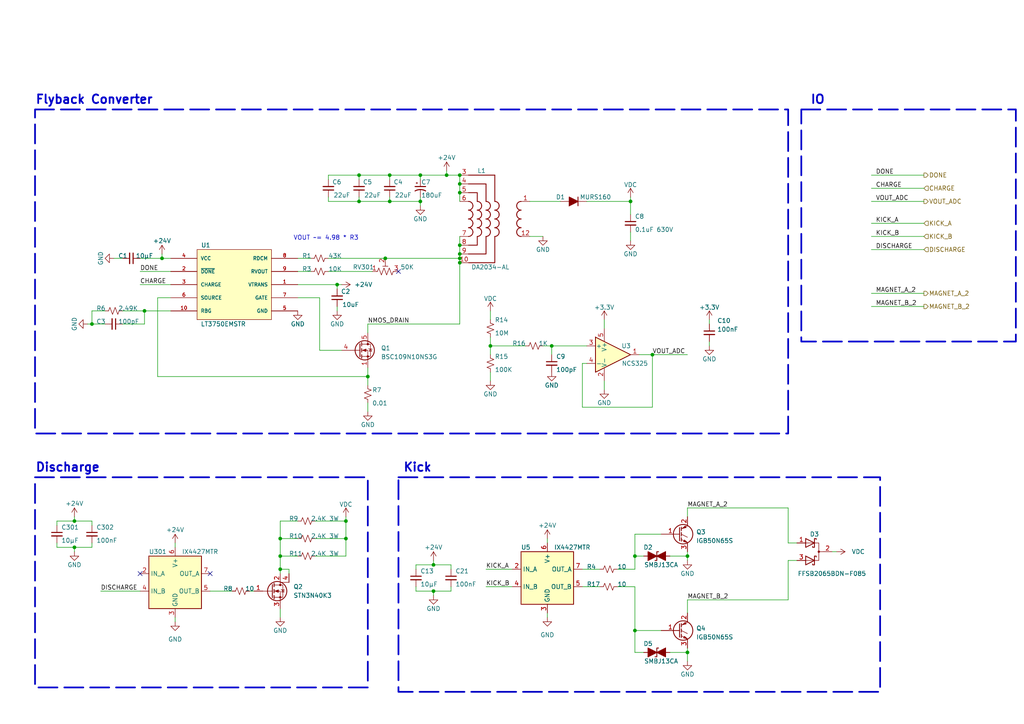
<source format=kicad_sch>
(kicad_sch (version 20230121) (generator eeschema)
  (paper "A4")
  (lib_symbols
    (symbol "Amplifier_Operational:NCS325" (pin_names (offset 0.127))
      (property "Reference" "U" (at 0 6.35 0))
      (property "Value" "NCS325" (at 0 3.81 0))
      (symbol "NCS325_1_1"
        (pin output line (at 7.62 0 180) (length 2.54) (name "~") (number "1"))
        (pin power_in line (at -2.54 -7.62 90) (length 3.81) (name "V-") (number "2"))
        (pin input line (at -7.62 2.54 0) (length 2.54) (name "+") (number "3"))
        (pin input line (at -7.62 -2.54 0) (length 2.54) (name "-") (number "4"))
        (pin power_in line (at -2.54 7.62 270) (length 3.81) (name "V+") (number "5"))
      )
    )
    (symbol "DA2034-AL:DA2034-AL" (pin_names (offset 1.016))
      (property "Reference" "U" (at -10.16 13.97 0))
      (property "Value" "DA2034-AL" (at -11.43 -16.51 0))
      (symbol "DA2034-AL_1_0"
        (pin passive line (at 7.62 5.08 180) (length 2.54) (name "1") (number "1"))
        (pin passive line (at -12.7 -12.7 0) (length 2.54) (name "10") (number "10"))
        (pin passive line (at 7.62 -5.08 180) (length 2.54) (name "12") (number "12"))
        (pin passive line (at -12.7 12.7 0) (length 2.54) (name "3") (number "3"))
        (pin passive line (at -12.7 10.16 0) (length 2.54) (name "4") (number "4"))
        (pin passive line (at -12.7 7.62 0) (length 2.54) (name "5") (number "5"))
        (pin passive line (at -12.7 5.08 0) (length 2.54) (name "6") (number "6"))
        (pin passive line (at -12.7 -5.08 0) (length 2.54) (name "7") (number "7"))
        (pin passive line (at -12.7 -7.62 0) (length 2.54) (name "8") (number "8"))
        (pin passive line (at -12.7 -10.16 0) (length 2.54) (name "9") (number "9"))
      )
    )
    (symbol "Device:C_Polarized_Small_US" (pin_numbers hide) (pin_names (offset 0.254) hide)
      (property "Reference" "C" (at 0.254 1.778 0))
      (property "Value" "C_Polarized_Small_US" (at 0.254 -2.032 0))
      (symbol "C_Polarized_Small_US_1_1"
        (pin passive line (at 0 2.54 270) (length 2.032) (name "~") (number "1"))
        (pin passive line (at 0 -2.54 90) (length 2.032) (name "~") (number "2"))
      )
    )
    (symbol "Device:C_Small" (pin_numbers hide) (pin_names (offset 0.254) hide)
      (property "Reference" "C" (at 0.254 1.778 0))
      (property "Value" "C_Small" (at 0.254 -2.032 0))
      (symbol "C_Small_1_1"
        (pin passive line (at 0 2.54 270) (length 2.032) (name "~") (number "1"))
        (pin passive line (at 0 -2.54 90) (length 2.032) (name "~") (number "2"))
      )
    )
    (symbol "Device:D_Filled" (pin_numbers hide) (pin_names (offset 1.016) hide)
      (property "Reference" "D" (at 0 2.54 0))
      (property "Value" "D_Filled" (at 0 -2.54 0))
      (symbol "D_Filled_1_1"
        (pin passive line (at -3.81 0 0) (length 2.54) (name "K") (number "1"))
        (pin passive line (at 3.81 0 180) (length 2.54) (name "A") (number "2"))
      )
    )
    (symbol "Device:D_Schottky_Dual_CommonCathode_AKA_Parallel" (pin_names (offset 0.762) hide)
      (property "Reference" "D" (at 0 5.08 0))
      (property "Value" "D_Schottky_Dual_CommonCathode_AKA_Parallel" (at 0 -5.08 0))
      (symbol "D_Schottky_Dual_CommonCathode_AKA_Parallel_0_1"
        (pin passive line (at -5.08 2.54 0) (length 2.54) (name "K") (number "1"))
        (pin passive line (at 5.08 0 180) (length 2.54) (name "A") (number "2"))
        (pin passive line (at -5.08 -2.54 0) (length 2.54) (name "K") (number "3"))
      )
    )
    (symbol "Device:D_TVS_Filled" (pin_numbers hide) (pin_names (offset 1.016) hide)
      (property "Reference" "D" (at 0 2.54 0))
      (property "Value" "D_TVS_Filled" (at 0 -2.54 0))
      (symbol "D_TVS_Filled_1_1"
        (pin passive line (at -3.81 0 0) (length 2.54) (name "A1") (number "1"))
        (pin passive line (at 3.81 0 180) (length 2.54) (name "A2") (number "2"))
      )
    )
    (symbol "Device:Q_NIGBT_GCE" (pin_names (offset 0) hide)
      (property "Reference" "Q" (at 5.08 1.27 0))
      (property "Value" "Q_NIGBT_GCE" (at 5.08 -1.27 0))
      (symbol "Q_NIGBT_GCE_1_1"
        (pin input line (at -5.08 0 0) (length 5.334) (name "G") (number "1"))
        (pin passive line (at 2.54 5.08 270) (length 2.54) (name "C") (number "2"))
        (pin passive line (at 2.54 -5.08 90) (length 2.54) (name "E") (number "3"))
      )
    )
    (symbol "Device:Q_NMOS_GDSD" (pin_names (offset 0) hide)
      (property "Reference" "Q" (at 5.08 1.27 0))
      (property "Value" "Q_NMOS_GDSD" (at 5.08 -1.27 0))
      (symbol "Q_NMOS_GDSD_1_1"
        (pin input line (at -5.08 0 0) (length 2.54) (name "G") (number "1"))
        (pin passive line (at 2.54 5.08 270) (length 2.54) (name "D") (number "2"))
        (pin passive line (at 2.54 -5.08 90) (length 2.54) (name "S") (number "3"))
        (pin passive line (at 5.08 5.08 270) (length 2.54) (name "D") (number "4"))
      )
    )
    (symbol "Device:R_Potentiometer_Trim_US" (pin_names (offset 1.016) hide)
      (property "Reference" "RV" (at -4.445 0 90))
      (property "Value" "R_Potentiometer_Trim_US" (at -2.54 0 90))
      (symbol "R_Potentiometer_Trim_US_1_1"
        (pin passive line (at 0 3.81 270) (length 1.27) (name "1") (number "1"))
        (pin passive line (at 3.81 0 180) (length 1.27) (name "2") (number "2"))
        (pin passive line (at 0 -3.81 90) (length 1.27) (name "3") (number "3"))
      )
    )
    (symbol "Device:R_Small_US" (pin_numbers hide) (pin_names (offset 0.254) hide)
      (property "Reference" "R" (at 0.762 0.508 0))
      (property "Value" "R_Small_US" (at 0.762 -1.016 0))
      (symbol "R_Small_US_1_1"
        (pin passive line (at 0 2.54 270) (length 1.016) (name "~") (number "1"))
        (pin passive line (at 0 -2.54 90) (length 1.016) (name "~") (number "2"))
      )
    )
    (symbol "Driver_FET:MIC4427"
      (property "Reference" "U" (at -7.62 8.89 0))
      (property "Value" "MIC4427" (at 1.27 8.89 0))
      (symbol "MIC4427_1_1"
        (pin no_connect line (at -7.62 0 0) (length 2.54) hide (name "NC") (number "1"))
        (pin input line (at -10.16 2.54 0) (length 2.54) (name "IN_A") (number "2"))
        (pin power_in line (at 0 -10.16 90) (length 2.54) (name "GND") (number "3"))
        (pin input line (at -10.16 -2.54 0) (length 2.54) (name "IN_B") (number "4"))
        (pin output line (at 10.16 -2.54 180) (length 2.54) (name "OUT_B") (number "5"))
        (pin power_in line (at 0 10.16 270) (length 2.54) (name "V+") (number "6"))
        (pin output line (at 10.16 2.54 180) (length 2.54) (name "OUT_A") (number "7"))
        (pin no_connect line (at 7.62 0 180) (length 2.54) hide (name "NC") (number "8"))
      )
    )
    (symbol "LT3750EMSTR:LT3750EMSTR" (pin_names (offset 1.016))
      (property "Reference" "U" (at 26.67 5.08 0))
      (property "Value" "LT3750EMSTR" (at 7.62 5.08 0))
      (symbol "LT3750EMSTR_0_0"
        (pin passive line (at 36.83 -5.08 180) (length 7.62) (name "VTRANS") (number "1"))
        (pin output line (at 0 -12.7 0) (length 7.62) (name "RBG") (number "10"))
        (pin output line (at 0 -1.27 0) (length 7.62) (name "~{DONE}") (number "2"))
        (pin input line (at 0 -5.08 0) (length 7.62) (name "CHARGE") (number "3"))
        (pin power_in line (at 0 2.54 0) (length 7.62) (name "VCC") (number "4"))
        (pin power_in line (at 36.83 -12.7 180) (length 7.62) (name "GND") (number "5"))
        (pin passive line (at 0 -8.89 0) (length 7.62) (name "SOURCE") (number "6"))
        (pin passive line (at 36.83 -8.89 180) (length 7.62) (name "GATE") (number "7"))
        (pin passive line (at 36.83 2.54 180) (length 7.62) (name "RDCM") (number "8"))
        (pin output line (at 36.83 -1.27 180) (length 7.62) (name "RVOUT") (number "9"))
      )
    )
    (symbol "Transistor_FET:BSC109N10NS3G" (pin_names hide)
      (property "Reference" "Q" (at 5.08 1.905 0))
      (property "Value" "BSC109N10NS3G" (at 5.08 0 0))
      (symbol "BSC109N10NS3G_1_1"
        (pin passive line (at 2.54 -5.08 90) (length 2.54) (name "S") (number "1"))
        (pin passive line (at 2.54 -5.08 90) (length 2.54) hide (name "S") (number "2"))
        (pin passive line (at 2.54 -5.08 90) (length 2.54) hide (name "S") (number "3"))
        (pin passive line (at -5.08 0 0) (length 2.54) (name "G") (number "4"))
        (pin passive line (at 2.54 5.08 270) (length 2.54) (name "D") (number "5"))
      )
    )
    (symbol "power:+24V" (power) (pin_names (offset 0))
      (property "Value" "+24V" (at 0 3.556 0))
      (symbol "+24V_1_1"
        (pin power_in line (at 0 0 90) (length 0) hide (name "+24V") (number "1"))
      )
    )
    (symbol "power:+3.3V" (power) (pin_names (offset 0))
      (property "Value" "+3.3V" (at 0 3.556 0))
      (symbol "+3.3V_1_1"
        (pin power_in line (at 0 0 90) (length 0) hide (name "+3.3V") (number "1"))
      )
    )
    (symbol "power:GND" (power) (pin_names (offset 0))
      (property "Value" "GND" (at 0 -3.81 0))
      (symbol "GND_1_1"
        (pin power_in line (at 0 0 270) (length 0) hide (name "GND") (number "1"))
      )
    )
    (symbol "power:VDC" (power) (pin_names (offset 0))
      (property "Value" "VDC" (at 0 6.35 0))
      (symbol "VDC_1_1"
        (pin power_in line (at 0 0 90) (length 0) hide (name "VDC") (number "1"))
      )
    )
  )
  (junction (at 133.35 76.2))
  (junction (at 113.03 50.8))
  (junction (at 189.23 102.87))
  (junction (at 104.14 58.42))
  (junction (at 129.54 50.8))
  (junction (at 125.73 163.83))
  (junction (at 133.35 74.93))
  (junction (at 133.35 73.66))
  (junction (at 133.35 71.12))
  (junction (at 106.68 109.22))
  (junction (at 184.15 161.29))
  (junction (at 100.33 151.13))
  (junction (at 111.76 74.93))
  (junction (at 81.28 165.1))
  (junction (at 21.59 158.75))
  (junction (at 125.73 171.45))
  (junction (at 113.03 58.42))
  (junction (at 133.35 55.88))
  (junction (at 160.02 100.33))
  (junction (at 142.24 100.33))
  (junction (at 199.39 161.29))
  (junction (at 26.67 93.98))
  (junction (at 121.92 50.8))
  (junction (at 21.59 151.13))
  (junction (at 182.88 58.42))
  (junction (at 199.39 189.23))
  (junction (at 97.79 82.55))
  (junction (at 41.91 90.17))
  (junction (at 81.28 161.29))
  (junction (at 46.99 74.93))
  (junction (at 133.35 50.8))
  (junction (at 104.14 50.8))
  (junction (at 100.33 156.21))
  (junction (at 81.28 156.21))
  (junction (at 121.92 58.42))
  (junction (at 184.15 182.88))
  (junction (at 133.35 53.34))
  (no_connect (at 60.96 166.37))
  (no_connect (at 115.57 78.74))
  (no_connect (at 40.64 166.37))
  (wire (pts (xy 170.18 58.42) (xy 182.88 58.42)))
  (wire (pts (xy 184.15 161.29) (xy 184.15 165.1)))
  (wire (pts (xy 252.73 85.09) (xy 267.97 85.09)))
  (wire (pts (xy 242.57 160.02) (xy 241.3 160.02)))
  (wire (pts (xy 95.25 58.42) (xy 104.14 58.42)))
  (wire (pts (xy 121.92 50.8) (xy 129.54 50.8)))
  (wire (pts (xy 199.39 187.96) (xy 199.39 189.23)))
  (wire (pts (xy 199.39 189.23) (xy 199.39 191.77)))
  (wire (pts (xy 142.24 100.33) (xy 142.24 102.87)))
  (wire (pts (xy 35.56 90.17) (xy 41.91 90.17)))
  (wire (pts (xy 142.24 100.33) (xy 142.24 97.79)))
  (wire (pts (xy 125.73 162.56) (xy 125.73 163.83)))
  (wire (pts (xy 100.33 156.21) (xy 100.33 151.13)))
  (wire (pts (xy 97.79 88.9) (xy 97.79 90.17)))
  (wire (pts (xy 92.71 86.36) (xy 92.71 101.6)))
  (wire (pts (xy 86.36 82.55) (xy 97.79 82.55)))
  (wire (pts (xy 113.03 58.42) (xy 113.03 57.15)))
  (wire (pts (xy 184.15 170.18) (xy 179.07 170.18)))
  (wire (pts (xy 228.6 157.48) (xy 231.14 157.48)))
  (wire (pts (xy 133.35 53.34) (xy 133.35 55.88)))
  (wire (pts (xy 104.14 58.42) (xy 104.14 57.15)))
  (wire (pts (xy 46.99 74.93) (xy 49.53 74.93)))
  (wire (pts (xy 120.65 165.1) (xy 120.65 163.83)))
  (wire (pts (xy 95.25 50.8) (xy 95.25 52.07)))
  (wire (pts (xy 91.44 156.21) (xy 100.33 156.21)))
  (wire (pts (xy 91.44 151.13) (xy 100.33 151.13)))
  (wire (pts (xy 252.73 50.8) (xy 267.97 50.8)))
  (wire (pts (xy 113.03 50.8) (xy 121.92 50.8)))
  (wire (pts (xy 228.6 173.99) (xy 228.6 162.56)))
  (wire (pts (xy 41.91 90.17) (xy 49.53 90.17)))
  (wire (pts (xy 168.91 118.11) (xy 189.23 118.11)))
  (wire (pts (xy 133.35 76.2) (xy 133.35 74.93)))
  (wire (pts (xy 252.73 58.42) (xy 267.97 58.42)))
  (wire (pts (xy 21.59 151.13) (xy 26.67 151.13)))
  (wire (pts (xy 81.28 151.13) (xy 81.28 156.21)))
  (wire (pts (xy 86.36 78.74) (xy 90.17 78.74)))
  (wire (pts (xy 95.25 58.42) (xy 95.25 57.15)))
  (wire (pts (xy 252.73 64.77) (xy 267.97 64.77)))
  (wire (pts (xy 41.91 93.98) (xy 41.91 90.17)))
  (wire (pts (xy 194.31 189.23) (xy 199.39 189.23)))
  (wire (pts (xy 158.75 179.07) (xy 158.75 177.8)))
  (wire (pts (xy 133.35 71.12) (xy 133.35 68.58)))
  (wire (pts (xy 83.82 165.1) (xy 81.28 165.1)))
  (wire (pts (xy 40.64 82.55) (xy 49.53 82.55)))
  (wire (pts (xy 120.65 163.83) (xy 125.73 163.83)))
  (wire (pts (xy 125.73 163.83) (xy 130.81 163.83)))
  (wire (pts (xy 252.73 54.61) (xy 267.97 54.61)))
  (wire (pts (xy 33.02 74.93) (xy 35.56 74.93)))
  (wire (pts (xy 157.48 100.33) (xy 160.02 100.33)))
  (wire (pts (xy 182.88 67.31) (xy 182.88 69.85)))
  (wire (pts (xy 252.73 72.39) (xy 267.97 72.39)))
  (wire (pts (xy 191.77 154.94) (xy 184.15 154.94)))
  (wire (pts (xy 153.67 68.58) (xy 157.48 68.58)))
  (wire (pts (xy 184.15 182.88) (xy 184.15 170.18)))
  (wire (pts (xy 175.26 110.49) (xy 175.26 113.03)))
  (wire (pts (xy 104.14 52.07) (xy 104.14 50.8)))
  (wire (pts (xy 120.65 170.18) (xy 120.65 171.45)))
  (wire (pts (xy 26.67 93.98) (xy 30.48 93.98)))
  (wire (pts (xy 86.36 151.13) (xy 81.28 151.13)))
  (wire (pts (xy 26.67 157.48) (xy 26.67 158.75)))
  (wire (pts (xy 121.92 59.69) (xy 121.92 58.42)))
  (wire (pts (xy 129.54 50.8) (xy 133.35 50.8)))
  (wire (pts (xy 21.59 158.75) (xy 21.59 160.02)))
  (wire (pts (xy 30.48 90.17) (xy 26.67 90.17)))
  (wire (pts (xy 97.79 82.55) (xy 97.79 83.82)))
  (wire (pts (xy 133.35 93.98) (xy 133.35 76.2)))
  (wire (pts (xy 170.18 105.41) (xy 168.91 105.41)))
  (wire (pts (xy 252.73 68.58) (xy 267.97 68.58)))
  (wire (pts (xy 205.74 92.71) (xy 205.74 93.98)))
  (wire (pts (xy 106.68 93.98) (xy 106.68 96.52)))
  (wire (pts (xy 104.14 50.8) (xy 113.03 50.8)))
  (wire (pts (xy 86.36 74.93) (xy 90.17 74.93)))
  (wire (pts (xy 175.26 92.71) (xy 175.26 95.25)))
  (wire (pts (xy 86.36 86.36) (xy 92.71 86.36)))
  (wire (pts (xy 97.79 82.55) (xy 99.06 82.55)))
  (wire (pts (xy 228.6 147.32) (xy 199.39 147.32)))
  (wire (pts (xy 26.67 90.17) (xy 26.67 93.98)))
  (wire (pts (xy 113.03 52.07) (xy 113.03 50.8)))
  (wire (pts (xy 142.24 90.17) (xy 142.24 92.71)))
  (wire (pts (xy 185.42 102.87) (xy 189.23 102.87)))
  (wire (pts (xy 21.59 158.75) (xy 16.51 158.75)))
  (wire (pts (xy 184.15 189.23) (xy 184.15 182.88)))
  (wire (pts (xy 199.39 160.02) (xy 199.39 161.29)))
  (wire (pts (xy 142.24 107.95) (xy 142.24 110.49)))
  (wire (pts (xy 121.92 52.07) (xy 121.92 50.8)))
  (wire (pts (xy 228.6 147.32) (xy 228.6 157.48)))
  (wire (pts (xy 199.39 149.86) (xy 199.39 147.32)))
  (wire (pts (xy 182.88 58.42) (xy 182.88 62.23)))
  (wire (pts (xy 16.51 157.48) (xy 16.51 158.75)))
  (wire (pts (xy 184.15 165.1) (xy 179.07 165.1)))
  (wire (pts (xy 140.97 165.1) (xy 148.59 165.1)))
  (wire (pts (xy 184.15 161.29) (xy 186.69 161.29)))
  (wire (pts (xy 50.8 157.48) (xy 50.8 158.75)))
  (wire (pts (xy 182.88 57.15) (xy 182.88 58.42)))
  (wire (pts (xy 133.35 73.66) (xy 133.35 71.12)))
  (wire (pts (xy 16.51 151.13) (xy 21.59 151.13)))
  (wire (pts (xy 106.68 109.22) (xy 106.68 111.76)))
  (wire (pts (xy 125.73 171.45) (xy 120.65 171.45)))
  (wire (pts (xy 189.23 118.11) (xy 189.23 102.87)))
  (wire (pts (xy 21.59 149.86) (xy 21.59 151.13)))
  (wire (pts (xy 35.56 93.98) (xy 41.91 93.98)))
  (wire (pts (xy 252.73 88.9) (xy 267.97 88.9)))
  (wire (pts (xy 205.74 99.06) (xy 205.74 100.33)))
  (wire (pts (xy 91.44 161.29) (xy 100.33 161.29)))
  (wire (pts (xy 104.14 58.42) (xy 113.03 58.42)))
  (wire (pts (xy 49.53 86.36) (xy 45.72 86.36)))
  (wire (pts (xy 130.81 163.83) (xy 130.81 165.1)))
  (wire (pts (xy 81.28 176.53) (xy 81.28 179.07)))
  (wire (pts (xy 83.82 166.37) (xy 83.82 165.1)))
  (wire (pts (xy 106.68 106.68) (xy 106.68 109.22)))
  (wire (pts (xy 125.73 171.45) (xy 125.73 172.72)))
  (wire (pts (xy 153.67 58.42) (xy 162.56 58.42)))
  (wire (pts (xy 100.33 161.29) (xy 100.33 156.21)))
  (wire (pts (xy 194.31 161.29) (xy 199.39 161.29)))
  (wire (pts (xy 29.21 171.45) (xy 40.64 171.45)))
  (wire (pts (xy 121.92 58.42) (xy 121.92 57.15)))
  (wire (pts (xy 40.64 74.93) (xy 46.99 74.93)))
  (wire (pts (xy 26.67 151.13) (xy 26.67 152.4)))
  (wire (pts (xy 199.39 161.29) (xy 199.39 162.56)))
  (wire (pts (xy 111.76 74.93) (xy 133.35 74.93)))
  (wire (pts (xy 72.39 171.45) (xy 73.66 171.45)))
  (wire (pts (xy 113.03 58.42) (xy 121.92 58.42)))
  (wire (pts (xy 186.69 189.23) (xy 184.15 189.23)))
  (wire (pts (xy 160.02 100.33) (xy 160.02 102.87)))
  (wire (pts (xy 25.4 93.98) (xy 26.67 93.98)))
  (wire (pts (xy 86.36 156.21) (xy 81.28 156.21)))
  (wire (pts (xy 168.91 170.18) (xy 173.99 170.18)))
  (wire (pts (xy 168.91 105.41) (xy 168.91 118.11)))
  (wire (pts (xy 45.72 86.36) (xy 45.72 109.22)))
  (wire (pts (xy 95.25 74.93) (xy 111.76 74.93)))
  (wire (pts (xy 199.39 177.8) (xy 199.39 173.99)))
  (wire (pts (xy 140.97 170.18) (xy 148.59 170.18)))
  (wire (pts (xy 129.54 49.53) (xy 129.54 50.8)))
  (wire (pts (xy 133.35 55.88) (xy 133.35 58.42)))
  (wire (pts (xy 191.77 182.88) (xy 184.15 182.88)))
  (wire (pts (xy 81.28 161.29) (xy 86.36 161.29)))
  (wire (pts (xy 130.81 171.45) (xy 125.73 171.45)))
  (wire (pts (xy 100.33 151.13) (xy 100.33 149.86)))
  (wire (pts (xy 199.39 173.99) (xy 228.6 173.99)))
  (wire (pts (xy 81.28 156.21) (xy 81.28 161.29)))
  (wire (pts (xy 160.02 100.33) (xy 170.18 100.33)))
  (wire (pts (xy 189.23 102.87) (xy 199.39 102.87)))
  (wire (pts (xy 184.15 154.94) (xy 184.15 161.29)))
  (wire (pts (xy 158.75 156.21) (xy 158.75 157.48)))
  (wire (pts (xy 46.99 73.66) (xy 46.99 74.93)))
  (wire (pts (xy 81.28 165.1) (xy 81.28 166.37)))
  (wire (pts (xy 92.71 101.6) (xy 99.06 101.6)))
  (wire (pts (xy 228.6 162.56) (xy 231.14 162.56)))
  (wire (pts (xy 133.35 50.8) (xy 133.35 53.34)))
  (wire (pts (xy 81.28 161.29) (xy 81.28 165.1)))
  (wire (pts (xy 16.51 152.4) (xy 16.51 151.13)))
  (wire (pts (xy 60.96 171.45) (xy 67.31 171.45)))
  (wire (pts (xy 152.4 100.33) (xy 142.24 100.33)))
  (wire (pts (xy 95.25 78.74) (xy 107.95 78.74)))
  (wire (pts (xy 40.64 78.74) (xy 49.53 78.74)))
  (wire (pts (xy 106.68 116.84) (xy 106.68 119.38)))
  (wire (pts (xy 26.67 158.75) (xy 21.59 158.75)))
  (wire (pts (xy 130.81 170.18) (xy 130.81 171.45)))
  (wire (pts (xy 45.72 109.22) (xy 106.68 109.22)))
  (wire (pts (xy 168.91 165.1) (xy 173.99 165.1)))
  (wire (pts (xy 133.35 74.93) (xy 133.35 73.66)))
  (wire (pts (xy 95.25 50.8) (xy 104.14 50.8)))
  (wire (pts (xy 106.68 93.98) (xy 133.35 93.98)))
  (wire (pts (xy 50.8 179.07) (xy 50.8 180.34)))
  (rectangle (start 232.41 31.75) (end 294.64 99.06) (stroke (width 0.5) (type dash)))
  (rectangle (start 115.57 138.43) (end 255.27 200.66) (stroke (width 0.5) (type dash)))
  (rectangle (start 10.16 31.75) (end 228.6 125.73) (stroke (width 0.5) (type dash)))
  (rectangle (start 10.16 138.43) (end 106.68 199.39) (stroke (width 0.5) (type dash)))
  (text "VOUT ~= 4.98 * R3" (at 85.09 69.85 0) (effects (font (size 1.27 1.27)) (justify left bottom)))
  (text "Kick" (at 116.84 137.16 0) (effects (font (size 2.5 2.5) (thickness 0.5) bold) (justify left bottom)))
  (text "Flyback Converter" (at 10.16 30.48 0) (effects (font (size 2.5 2.5) (thickness 0.5) bold) (justify left bottom)))
  (text "Discharge" (at 10.16 137.16 0) (effects (font (size 2.5 2.5) (thickness 0.5) bold) (justify left bottom)))
  (text "IO\n" (at 234.95 30.48 0) (effects (font (size 2.5 2.5) (thickness 0.5) bold) (justify left bottom)))
  (label "KICK_A" (at 254 64.77 0))
  (label "NMOS_DRAIN" (at 106.68 93.98 0))
  (label "DISCHARGE" (at 254 72.39 0))
  (label "VOUT_ADC" (at 254 58.42 0))
  (label "KICK_B" (at 254 68.58 0))
  (label "DONE" (at 40.64 78.74 0))
  (label "VOUT_ADC" (at 189.23 102.87 0))
  (label "MAGNET_B_2" (at 199.39 173.99 0))
  (label "KICK_B" (at 140.97 170.18 0))
  (label "CHARGE" (at 254 54.61 0))
  (label "MAGNET_B_2" (at 254 88.9 0))
  (label "DONE" (at 254 50.8 0))
  (label "DISCHARGE" (at 29.21 171.45 0))
  (label "MAGNET_A_2" (at 199.39 147.32 0))
  (label "CHARGE" (at 40.64 82.55 0))
  (label "MAGNET_A_2" (at 254 85.09 0))
  (label "KICK_A" (at 140.97 165.1 0))
  (hierarchical_label "KICK_A" (shape input) (at 267.97 64.77 0))
  (hierarchical_label "CHARGE" (shape input) (at 267.97 54.61 0))
  (hierarchical_label "KICK_B" (shape input) (at 267.97 68.58 0))
  (hierarchical_label "MAGNET_B_2" (shape output) (at 267.97 88.9 0))
  (hierarchical_label "DISCHARGE" (shape input) (at 267.97 72.39 0))
  (hierarchical_label "MAGNET_A_2" (shape output) (at 267.97 85.09 0))
  (hierarchical_label "DONE" (shape output) (at 267.97 50.8 0))
  (hierarchical_label "VOUT_ADC" (shape output) (at 267.97 58.42 0))
  (symbol (lib_id "power:GND") (at 199.39 162.56 0) (unit 1)
    (property "Reference" "#PWR063" (effects hide))
    (property "Value" "GND" (at 199.39 166.37 0))
    (instances (project "mikona" (path "" (reference "#PWR063") (unit 1))) (project "Kick" (path "" (reference "#PWR?") (unit 1))))
  )
  (symbol (lib_id "power:GND") (at 157.48 68.58 0) (unit 1)
    (property "Reference" "#PWR?" (effects hide))
    (property "Value" "GND" (at 157.48 72.39 0))
  )
  (symbol (lib_id "Device:R_Small_US") (at 142.24 105.41 0) (unit 1)
    (property "Reference" "R15" (at 143.51 104.14 0) (effects (justify left bottom)))
    (property "Value" "100K" (at 143.51 107.95 0) (effects (justify left bottom)))
    (property "Footprint" "Resistor_SMD:R_0402_1005Metric" (effects hide))
    (property "MPN" "WR04X1003FTL" (effects hide))
    (property "Description" "RES 100K OHM 1% 1/16W 0402" (effects hide))
    (property "JLCPCB Comment" "100KΩ 1%" (effects hide))
    (property "JLCPCB Footprint" "0402" (effects hide))
  )
  (symbol (lib_id "Device:D_TVS_Filled") (at 190.5 189.23 0) (unit 1)
    (property "Reference" "D5" (at 187.96 186.69 0))
    (property "Value" "SMBJ13CA" (at 191.77 191.77 0))
    (property "Footprint" "Diode_SMD:D_SMB" (effects hide))
    (property "MPN" "SMBJ13CA-13-F" (effects hide))
    (property "Description" "SMBJ13CA-13-F" (effects hide))
    (property "JLCPCB Comment" "SMBJ13CA-13-F" (effects hide))
    (property "JLCPCB Footprint" "SMB" (effects hide))
  )
  (symbol (lib_id "Device:D_TVS_Filled") (at 190.5 161.29 0) (unit 1)
    (property "Reference" "D2" (at 187.96 158.75 0))
    (property "Value" "SMBJ13CA" (at 191.77 163.83 0))
    (property "Footprint" "Diode_SMD:D_SMB" (effects hide))
    (property "MPN" "SMBJ13CA-13-F" (effects hide))
    (property "Description" "SMBJ13CA-13-F" (effects hide))
    (property "JLCPCB Comment" "SMBJ13CA-13-F" (effects hide))
    (property "JLCPCB Footprint" "SMB" (effects hide))
  )
  (symbol (lib_id "power:GND") (at 97.79 90.17 0) (unit 1)
    (property "Reference" "#PWR?" (effects hide))
    (property "Value" "GND" (at 97.79 93.98 0))
  )
  (symbol (lib_id "power:VDC") (at 142.24 90.17 0) (unit 1)
    (property "Reference" "#PWR?" (effects hide))
    (property "Value" "+300V" (at 142.24 86.614 0))
  )
  (symbol (lib_id "power:GND") (at 21.59 160.02 0) (unit 1)
    (property "Reference" "#PWR0303" (effects hide))
    (property "Value" "GND" (at 21.59 163.83 0))
    (instances (project "mikona" (path "" (reference "#PWR0303") (unit 1))) (project "Kick" (path "" (reference "#PWR?") (unit 1))))
  )
  (symbol (lib_id "Device:Q_NIGBT_GCE") (at 196.85 154.94 0) (unit 1)
    (property "Reference" "Q3" (at 201.93 154.305 0) (effects (justify left)))
    (property "Value" "IGB50N65S" (at 201.93 156.845 0) (effects (justify left)))
    (property "Footprint" "Package_TO_SOT_SMD:TO-263-2" (effects hide))
    (property "MPN" "IGB50N65S5ATMA1" (effects hide))
    (property "Description" "IGB50N65S5ATMA1" (effects hide))
    (property "JLCPCB Comment" "IGB50N65S5ATMA1" (effects hide))
  )
  (symbol (lib_id "power:+24V") (at 125.73 162.56 0) (unit 1)
    (property "Reference" "#PWR054" (effects hide))
    (property "Value" "+24V" (at 125.73 158.75 0))
  )
  (symbol (lib_id "Device:R_Small_US") (at 88.9 156.21 270) (unit 1)
    (property "Reference" "R10" (at 83.82 156.21 90) (effects (justify left bottom)))
    (property "Value" "2.4K 3W" (at 90.17 156.21 90) (effects (justify left bottom)))
    (property "Footprint" "Resistor_SMD:R_2512_6332Metric" (effects hide))
    (property "MPN" "35222K4FT" (effects hide))
    (property "Description" "RES SMD 2.4K OHM 1% 3W 2512" (effects hide))
    (property "JLCPCB Comment" "2.4KΩ 1% 3W " (effects hide))
    (property "JLCPCB Footprint" "2512" (effects hide))
  )
  (symbol (lib_id "power:GND") (at 125.73 172.72 0) (unit 1)
    (property "Reference" "#PWR055" (effects hide))
    (property "Value" "GND" (at 125.73 176.53 0))
    (instances (project "mikona" (path "" (reference "#PWR055") (unit 1))) (project "Kick" (path "" (reference "#PWR?") (unit 1))))
  )
  (symbol (lib_id "power:+24V") (at 21.59 149.86 0) (unit 1)
    (property "Reference" "#PWR0302" (effects hide))
    (property "Value" "+24V" (at 21.59 146.05 0))
  )
  (symbol (lib_id "Device:C_Polarized_Small_US") (at 121.92 54.61 0) (unit 1)
    (property "Reference" "C7" (at 122.174 52.832 0) (effects (justify left)))
    (property "Value" "180uF" (at 122.174 56.642 0) (effects (justify left)))
    (property "Footprint" "Capacitor_SMD:CP_Elec_8x11.9" (effects hide))
    (property "MPN" "35SVPK180M" (effects hide))
    (property "Description" "180UF 35V SMD" (effects hide))
    (property "JLCPCB Comment" "180uF 35V" (effects hide))
    (property "JLCPCB Footprint" "E12" (effects hide))
  )
  (symbol (lib_id "Device:C_Small") (at 38.1 74.93 270) (unit 1)
    (property "Reference" "C1" (at 34.29 74.93 90) (effects (justify left bottom)))
    (property "Value" "10µF" (at 39.37 74.93 90) (effects (justify left bottom)))
    (property "Footprint" "Capacitor_SMD:C_0805_2012Metric" (effects hide))
    (property "MPN" "GRM21BR61H106KE43L" (effects hide))
    (property "Description" "10UF 50V X5R 0805" (effects hide))
    (property "JLCPCB Comment" "10uF 50V X5R" (effects hide))
    (property "JLCPCB Footprint" "0805" (effects hide))
  )
  (symbol (lib_id "power:GND") (at 33.02 74.93 270) (unit 1)
    (property "Reference" "#PWR?" (effects hide))
    (property "Value" "GND" (at 29.21 74.93 0))
  )
  (symbol (lib_id "power:GND") (at 142.24 110.49 0) (unit 1)
    (property "Reference" "#PWR?" (effects hide))
    (property "Value" "GND" (at 142.24 114.3 0))
  )
  (symbol (lib_id "power:+24V") (at 129.54 49.53 0) (unit 1)
    (property "Reference" "#PWR043" (effects hide))
    (property "Value" "+24V" (at 129.54 45.72 0))
  )
  (symbol (lib_id "power:+24V") (at 99.06 82.55 270) (unit 1)
    (property "Reference" "#PWR042" (effects hide))
    (property "Value" "+24V" (at 105.41 82.55 90))
  )
  (symbol (lib_id "Device:R_Small_US") (at 69.85 171.45 270) (unit 1)
    (property "Reference" "R8" (at 64.77 171.45 90) (effects (justify left bottom)))
    (property "Value" "10" (at 71.12 171.45 90) (effects (justify left bottom)))
    (property "Footprint" "Resistor_SMD:R_0402_1005Metric" (effects hide))
    (property "MPN" "ERJ-2GEJ100X" (effects hide))
    (property "Description" "RES SMD 10 OHM 5% 1/10W 0402" (effects hide))
    (property "JLCPCB Comment" "10Ω 5%" (effects hide))
    (property "JLCPCB Footprint" "0402" (effects hide))
  )
  (symbol (lib_id "Device:C_Small") (at 113.03 54.61 180) (unit 1)
    (property "Reference" "C4" (at 116.84 52.07 0) (effects (justify left bottom)))
    (property "Value" "22uF" (at 119.38 55.88 0) (effects (justify left bottom)))
    (property "Footprint" "Capacitor_SMD:C_1210_3225Metric" (effects hide))
    (property "MPN" "GRM32ER71E226KE15L" (effects hide))
    (property "Description" "22UF 25V X7R 1210" (effects hide))
    (property "JLCPCB Comment" "22uF 25V X7R" (effects hide))
    (property "JLCPCB Footprint" "1210" (effects hide))
  )
  (symbol (lib_id "Device:R_Small_US") (at 142.24 95.25 0) (unit 1)
    (property "Reference" "R14" (at 143.51 93.5228 0) (effects (justify left bottom)))
    (property "Value" "10M" (at 143.51 97.3328 0) (effects (justify left bottom)))
    (property "Footprint" "Resistor_SMD:R_0603_1608Metric" (effects hide))
    (property "MPN" "KTR03EZPF1005" (effects hide))
    (property "Description" "RES SMD 10M OHM 1% 1/10W 0603" (effects hide))
    (property "JLCPCB Comment" "10MΩ 1%" (effects hide))
    (property "JLCPCB Footprint" "0603" (effects hide))
  )
  (symbol (lib_id "Device:R_Small_US") (at 92.71 74.93 270) (unit 1)
    (property "Reference" "R1" (at 87.63 74.93 90) (effects (justify left bottom)))
    (property "Value" "43K" (at 95.25 74.93 90) (effects (justify left bottom)))
    (property "Footprint" "Resistor_SMD:R_0402_1005Metric" (effects hide))
    (property "MPN" "CRCW040243K0JNED" (effects hide))
    (property "Description" "RES SMD 43K OHM 5% 1/16W 0402" (effects hide))
    (property "JLCPCB Comment" "43KΩ %5" (effects hide))
    (property "JLCPCB Footprint" "0402" (effects hide))
  )
  (symbol (lib_id "power:+3.3V") (at 175.26 92.71 0) (unit 1)
    (property "Reference" "#PWR?" (effects hide))
    (property "Value" "+3.3V" (at 175.26 89.154 0))
  )
  (symbol (lib_id "power:VDC") (at 242.57 160.02 270) (unit 1)
    (property "Reference" "#PWR?" (effects hide))
    (property "Value" "+300V" (at 248.92 160.02 90))
  )
  (symbol (lib_id "Device:R_Small_US") (at 176.53 170.18 270) (unit 1)
    (property "Reference" "R17" (at 170.18 170.18 90) (effects (justify left bottom)))
    (property "Value" "10" (at 179.07 170.18 90) (effects (justify left bottom)))
    (property "Footprint" "Resistor_SMD:R_0402_1005Metric" (effects hide))
    (property "MPN" "ERJ-2GEJ100X" (effects hide))
    (property "Description" "RES SMD 10 OHM 5% 1/10W 0402" (effects hide))
    (property "JLCPCB Comment" "10Ω 5%" (effects hide))
    (property "JLCPCB Footprint" "0402" (effects hide))
    (instances (project "mikona" (path "" (reference "R17") (unit 1))) (project "Kick" (path "" (reference "R21") (unit 1))))
  )
  (symbol (lib_id "Device:R_Small_US") (at 92.71 78.74 270) (unit 1)
    (property "Reference" "R3" (at 87.63 78.74 90) (effects (justify left bottom)))
    (property "Value" "10K" (at 95.25 78.74 90) (effects (justify left bottom)))
    (property "Footprint" "Resistor_SMD:R_0402_1005Metric" (effects hide))
    (property "MPN" "RC1005F103CS" (effects hide))
    (property "Description" "RES SMD 10K OHM 1% 1/16W 0402" (effects hide))
    (property "JLCPCB Comment" "40.2KΩ 1%" (effects hide))
    (property "JLCPCB Footprint" "0402" (effects hide))
  )
  (symbol (lib_id "power:GND") (at 160.02 107.95 0) (unit 1)
    (property "Reference" "#PWR?" (effects hide))
    (property "Value" "GND" (at 160.02 111.76 0))
  )
  (symbol (lib_id "power:GND") (at 175.26 113.03 0) (unit 1)
    (property "Reference" "#PWR?" (effects hide))
    (property "Value" "GND" (at 175.26 116.84 0))
  )
  (symbol (lib_id "Device:C_Small") (at 16.51 154.94 0) (unit 1)
    (property "Reference" "C301" (at 17.78 153.67 0) (effects (justify left bottom)))
    (property "Value" "10µF" (at 17.78 157.48 0) (effects (justify left bottom)))
    (property "Footprint" "Capacitor_SMD:C_0805_2012Metric" (effects hide))
    (property "MPN" "GRM21BR61H106KE43L" (effects hide))
    (property "Description" "10UF 50V X5R 0805" (effects hide))
    (property "JLCPCB Comment" "10uF 50V X5R" (effects hide))
    (property "JLCPCB Footprint" "0805" (effects hide))
    (instances (project "mikona" (path "" (reference "C301") (unit 1))) (project "Kick" (path "" (reference "C22") (unit 1))))
  )
  (symbol (lib_id "power:GND") (at 199.39 191.77 0) (unit 1)
    (property "Reference" "#PWR064" (effects hide))
    (property "Value" "GND" (at 199.39 195.58 0))
    (instances (project "mikona" (path "" (reference "#PWR064") (unit 1))) (project "Kick" (path "" (reference "#PWR?") (unit 1))))
  )
  (symbol (lib_id "power:VDC") (at 100.33 149.86 0) (unit 1)
    (property "Reference" "#PWR?" (effects hide))
    (property "Value" "+300V" (at 100.33 146.304 0))
  )
  (symbol (lib_id "Amplifier_Operational:NCS325") (at 177.8 102.87 0) (unit 1)
    (property "Reference" "U3" (at 181.61 100.33 0))
    (property "Value" "NCS325" (at 184.15 105.41 0))
    (property "Footprint" "Package_TO_SOT_SMD:SOT-23-5" (effects hide))
    (property "Datasheet" "http://www.onsemi.com/pub/Collateral/NCS325-D.PDF" (effects hide))
    (property "MPN" "NCS325SN2T1G" (effects hide))
    (property "Description" "NCS325SN2T1G" (effects hide))
    (property "JLCPCB Comment" "NCS325SN2T1G" (effects hide))
  )
  (symbol (lib_id "Driver_FET:MIC4427") (at 158.75 167.64 0) (unit 1)
    (property "Reference" "U5" (at 151.13 158.75 0) (effects (justify left)))
    (property "Value" "IX4427MTR" (at 160.7059 158.75 0) (effects (justify left)))
    (property "Footprint" "Package_DFN_QFN:DFN-8-1EP_3x3mm_P0.65mm_EP1.7x2.05mm" (effects hide))
    (property "Datasheet" "https://www.ixysic.com/home/pdfs.nsf/www/IX4426-27-28.pdf/$file/IX4426-27-28.pdf" (effects hide))
    (property "MPN" "IX4427MTR" (effects hide))
    (property "Description" "IX4427MTR" (effects hide))
    (property "JLCPCB Comment" "IX4427MTR" (effects hide))
  )
  (symbol (lib_id "Device:C_Small") (at 120.65 167.64 0) (unit 1)
    (property "Reference" "C13" (at 121.92 166.37 0) (effects (justify left bottom)))
    (property "Value" "10µF" (at 121.92 170.18 0) (effects (justify left bottom)))
    (property "Footprint" "Capacitor_SMD:C_0805_2012Metric" (effects hide))
    (property "MPN" "GRM21BR61H106KE43L" (effects hide))
    (property "Description" "10UF 50V X5R 0805" (effects hide))
    (property "JLCPCB Comment" "10uF 50V X5R" (effects hide))
    (property "JLCPCB Footprint" "0805" (effects hide))
    (instances (project "mikona" (path "" (reference "C13") (unit 1))) (project "Kick" (path "" (reference "C22") (unit 1))))
  )
  (symbol (lib_id "Device:C_Small") (at 182.88 64.77 0) (unit 1)
    (property "Reference" "C8" (at 184.15 63.5 0) (effects (justify left bottom)))
    (property "Value" "0.1uF 630V" (at 184.15 67.31 0) (effects (justify left bottom)))
    (property "Footprint" "Capacitor_SMD:C_1812_4532Metric" (effects hide))
    (property "MPN" "C4532X7R2J104K230KA" (effects hide))
    (property "Description" "100nF 630V X7R 1812" (effects hide))
    (property "JLCPCB Comment" "100nF 630V X7R" (effects hide))
    (property "JLCPCB Footprint" "1812" (effects hide))
  )
  (symbol (lib_id "DA2034-AL:DA2034-AL") (at 146.05 63.5 0) (unit 1)
    (property "Reference" "L1" (at 139.7 49.53 0))
    (property "Value" "DA2034-AL" (at 142.24 77.47 0))
    (property "Footprint" "DA2034-AL:DA2034-AL" (effects hide))
    (property "MPN" "DA2034-ALD" (effects hide))
    (property "Description" "DA2034-ALD" (effects hide))
  )
  (symbol (lib_id "Device:C_Small") (at 97.79 86.36 180) (unit 1)
    (property "Reference" "C2" (at 101.6 83.82 0) (effects (justify left bottom)))
    (property "Value" "10uF" (at 104.14 87.63 0) (effects (justify left bottom)))
    (property "Footprint" "Capacitor_SMD:C_0603_1608Metric" (effects hide))
    (property "MPN" "GRM188R6YA106MA73D" (effects hide))
    (property "Description" "CAP CER 10UF 35V X5R 0603" (effects hide))
    (property "JLCPCB Comment" "10nF 35V X5R " (effects hide))
    (property "JLCPCB Footprint" "0603" (effects hide))
  )
  (symbol (lib_id "Device:Q_NIGBT_GCE") (at 196.85 182.88 0) (unit 1)
    (property "Reference" "Q4" (at 201.93 182.245 0) (effects (justify left)))
    (property "Value" "IGB50N65S" (at 201.93 184.785 0) (effects (justify left)))
    (property "Footprint" "Package_TO_SOT_SMD:TO-263-2" (effects hide))
    (property "MPN" "IGB50N65S5ATMA1" (effects hide))
    (property "Description" "IGB50N65S5ATMA1" (effects hide))
    (property "JLCPCB Comment" "IGB50N65S5ATMA1" (effects hide))
  )
  (symbol (lib_id "power:VDC") (at 182.88 57.15 0) (unit 1)
    (property "Reference" "#PWR?" (effects hide))
    (property "Value" "+300V" (at 182.88 53.594 0))
  )
  (symbol (lib_id "power:GND") (at 86.36 90.17 0) (unit 1)
    (property "Reference" "#PWR?" (effects hide))
    (property "Value" "GND" (at 86.36 93.98 0))
  )
  (symbol (lib_id "Device:R_Small_US") (at 88.9 151.13 270) (unit 1)
    (property "Reference" "R9" (at 83.82 151.13 90) (effects (justify left bottom)))
    (property "Value" "2.4K 3W" (at 90.17 151.13 90) (effects (justify left bottom)))
    (property "Footprint" "Resistor_SMD:R_2512_6332Metric" (effects hide))
    (property "MPN" "35222K4FT" (effects hide))
    (property "Description" "RES SMD 2.4K OHM 1% 3W 2512" (effects hide))
    (property "JLCPCB Comment" "2.4KΩ 1% 3W " (effects hide))
    (property "JLCPCB Footprint" "2512" (effects hide))
  )
  (symbol (lib_id "power:GND") (at 121.92 59.69 0) (unit 1)
    (property "Reference" "#PWR?" (effects hide))
    (property "Value" "GND" (at 121.92 63.5 0))
  )
  (symbol (lib_id "Device:R_Small_US") (at 176.53 165.1 270) (unit 1)
    (property "Reference" "R4" (at 170.18 165.1 90) (effects (justify left bottom)))
    (property "Value" "10" (at 179.07 165.1 90) (effects (justify left bottom)))
    (property "Footprint" "Resistor_SMD:R_0402_1005Metric" (effects hide))
    (property "MPN" "ERJ-2GEJ100X" (effects hide))
    (property "Description" "RES SMD 10 OHM 5% 1/10W 0402" (effects hide))
    (property "JLCPCB Comment" "10Ω 5%" (effects hide))
    (property "JLCPCB Footprint" "0402" (effects hide))
    (instances (project "mikona" (path "" (reference "R4") (unit 1))) (project "Kick" (path "" (reference "R20") (unit 1))))
  )
  (symbol (lib_id "power:GND") (at 205.74 100.33 0) (unit 1)
    (property "Reference" "#PWR?" (effects hide))
    (property "Value" "GND" (at 205.74 104.14 0))
  )
  (symbol (lib_id "Device:Q_NMOS_GDSD") (at 78.74 171.45 0) (unit 1)
    (property "Reference" "Q2" (at 85.09 170.18 0) (effects (justify left)))
    (property "Value" "STN3N40K3" (at 85.09 172.72 0) (effects (justify left)))
    (property "Footprint" "Package_TO_SOT_SMD:SOT-223" (effects hide))
    (property "MPN" "STN3N40K3" (effects hide))
    (property "Description" "STN3N40K3" (effects hide))
    (property "JLCPCB Comment" "STN3N40K3" (effects hide))
  )
  (symbol (lib_id "Device:C_Small") (at 26.67 154.94 0) (unit 1)
    (property "Reference" "C302" (at 27.94 153.67 0) (effects (justify left bottom)))
    (property "Value" "100nF" (at 27.94 157.48 0) (effects (justify left bottom)))
    (property "Footprint" "Capacitor_SMD:C_0402_1005Metric" (effects hide))
    (property "MPN" "GMC04X7R104K50NT" (effects hide))
    (property "Description" "100nF 50V X7R 0402" (effects hide))
    (property "JLCPCB Comment" "100nF 50V X7R" (effects hide))
    (property "JLCPCB Footprint" "0402" (effects hide))
    (instances (project "mikona" (path "" (reference "C302") (unit 1))) (project "Kick" (path "" (reference "C21") (unit 1))))
  )
  (symbol (lib_id "Driver_FET:MIC4427") (at 50.8 168.91 0) (unit 1)
    (property "Reference" "U301" (at 43.18 160.02 0) (effects (justify left)))
    (property "Value" "IX4427MTR" (at 52.7559 160.02 0) (effects (justify left)))
    (property "Footprint" "Package_DFN_QFN:DFN-8-1EP_3x3mm_P0.65mm_EP1.7x2.05mm" (effects hide))
    (property "Datasheet" "https://www.ixysic.com/home/pdfs.nsf/www/IX4426-27-28.pdf/$file/IX4426-27-28.pdf" (effects hide))
    (property "MPN" "IX4427MTR" (effects hide))
    (property "Description" "IX4427MTR" (effects hide))
    (property "JLCPCB Comment" "IX4427MTR" (effects hide))
  )
  (symbol (lib_id "Device:R_Small_US") (at 154.94 100.33 270) (unit 1)
    (property "Reference" "R16" (at 148.59 100.33 90) (effects (justify left bottom)))
    (property "Value" "1K" (at 156.21 100.33 90) (effects (justify left bottom)))
    (property "Footprint" "Resistor_SMD:R_0603_1608Metric" (effects hide))
    (property "MPN" "RMCF0603FT1K00" (effects hide))
    (property "Description" "RES 1K OHM 1% 1/10W 0603" (effects hide))
    (property "JLCPCB Comment" "1KΩ 1%" (effects hide))
    (property "JLCPCB Footprint" "0603" (effects hide))
  )
  (symbol (lib_id "Device:D_Schottky_Dual_CommonCathode_AKA_Parallel") (at 236.22 160.02 0) (unit 1)
    (property "Reference" "D3" (at 236.22 154.94 0))
    (property "Value" "FFSB2065BDN-F085" (at 241.3 166.37 0))
    (property "Footprint" "Package_TO_SOT_SMD:TO-263-2" (effects hide))
    (property "MPN" "FFSB2065BDN-F085" (effects hide))
    (property "Description" "FFSB2065BDN-F085" (effects hide))
    (property "JLCPCB Comment" "FFSB2065BDN-F085" (effects hide))
  )
  (symbol (lib_id "power:+3.3V") (at 205.74 92.71 0) (unit 1)
    (property "Reference" "#PWR?" (effects hide))
    (property "Value" "+3.3V" (at 205.74 89.154 0))
  )
  (symbol (lib_id "power:GND") (at 81.28 179.07 0) (unit 1)
    (property "Reference" "#PWR?" (effects hide))
    (property "Value" "GND" (at 81.28 182.88 0))
  )
  (symbol (lib_id "Transistor_FET:BSC109N10NS3G") (at 104.14 101.6 0) (unit 1)
    (property "Reference" "Q1" (at 110.49 100.965 0) (effects (justify left)))
    (property "Value" "BSC109N10NS3G" (at 110.49 103.505 0) (effects (justify left)))
    (property "Footprint" "Package_TO_SOT_SMD:TDSON-8-1" (effects hide))
    (property "Datasheet" "http://www.infineon.com/dgdl/Infineon-BSC109N10NS3-DS-v02_00-en.pdf?fileId=db3a304327b897500128247bdae36f3f" (effects hide))
    (property "MPN" "BSC109N10NS3 G" (effects hide))
    (property "Description" "BSC109N10NS3 G" (effects hide))
    (property "JLCPCB Comment" "BSC109N10NS3 G" (effects hide))
  )
  (symbol (lib_id "Device:R_Small_US") (at 33.02 90.17 270) (unit 1)
    (property "Reference" "R6" (at 27.94 90.17 90) (effects (justify left bottom)))
    (property "Value" "2.49K" (at 34.29 90.17 90) (effects (justify left bottom)))
    (property "Footprint" "Resistor_SMD:R_0402_1005Metric" (effects hide))
    (property "MPN" "CR0402-FX-2491GLF" (effects hide))
    (property "Description" "RES SMD 2.49K OHM 1% 1/16W 0402" (effects hide))
    (property "JLCPCB Comment" "2.49KΩ 1%" (effects hide))
    (property "JLCPCB Footprint" "0402" (effects hide))
  )
  (symbol (lib_id "Device:C_Small") (at 104.14 54.61 180) (unit 1)
    (property "Reference" "C5" (at 107.95 52.07 0) (effects (justify left bottom)))
    (property "Value" "22uF" (at 110.49 55.88 0) (effects (justify left bottom)))
    (property "Footprint" "Capacitor_SMD:C_1210_3225Metric" (effects hide))
    (property "MPN" "GRM32ER71E226KE15L" (effects hide))
    (property "Description" "22UF 25V X7R 1210" (effects hide))
    (property "JLCPCB Comment" "22uF 25V X7R" (effects hide))
    (property "JLCPCB Footprint" "1210" (effects hide))
  )
  (symbol (lib_id "Device:C_Small") (at 130.81 167.64 0) (unit 1)
    (property "Reference" "C21" (at 132.08 166.37 0) (effects (justify left bottom)))
    (property "Value" "100nF" (at 132.08 170.18 0) (effects (justify left bottom)))
    (property "Footprint" "Capacitor_SMD:C_0402_1005Metric" (effects hide))
    (property "MPN" "GMC04X7R104K50NT" (effects hide))
    (property "Description" "100nF 50V X7R 0402" (effects hide))
    (property "JLCPCB Comment" "100nF 50V X7R" (effects hide))
    (property "JLCPCB Footprint" "0402" (effects hide))
  )
  (symbol (lib_id "power:+24V") (at 46.99 73.66 0) (unit 1)
    (property "Reference" "#PWR041" (effects hide))
    (property "Value" "+24V" (at 46.99 69.85 0))
  )
  (symbol (lib_id "Device:R_Small_US") (at 106.68 114.3 0) (unit 1)
    (property "Reference" "R7" (at 107.95 113.8428 0) (effects (justify left bottom)))
    (property "Value" "0.01" (at 107.95 117.6528 0) (effects (justify left bottom)))
    (property "Footprint" "Resistor_SMD:R_0805_2012Metric" (effects hide))
    (property "MPN" "D1WKL0805MR010F-T5" (effects hide))
    (property "Description" "RES 0.01 OHM 1% 3/4W 0805" (effects hide))
    (property "JLCPCB Comment" "10mΩ 1% 3/4W " (effects hide))
    (property "JLCPCB Footprint" "0805" (effects hide))
  )
  (symbol (lib_id "power:GND") (at 25.4 93.98 270) (unit 1)
    (property "Reference" "#PWR?" (effects hide))
    (property "Value" "GND" (at 21.59 93.98 0))
  )
  (symbol (lib_id "Device:C_Small") (at 95.25 54.61 180) (unit 1)
    (property "Reference" "C6" (at 99.06 52.07 0) (effects (justify left bottom)))
    (property "Value" "22uF" (at 101.6 55.88 0) (effects (justify left bottom)))
    (property "Footprint" "Capacitor_SMD:C_1210_3225Metric" (effects hide))
    (property "MPN" "GRM32ER71E226KE15L" (effects hide))
    (property "Description" "22UF 25V X7R 1210" (effects hide))
    (property "JLCPCB Comment" "22uF 25V X7R" (effects hide))
    (property "JLCPCB Footprint" "1210" (effects hide))
  )
  (symbol (lib_id "power:+24V") (at 158.75 156.21 0) (unit 1)
    (property "Reference" "#PWR056" (effects hide))
    (property "Value" "+24V" (at 158.75 152.4 0))
  )
  (symbol (lib_id "Device:D_Filled") (at 166.37 58.42 180) (unit 1)
    (property "Reference" "D1" (at 162.56 57.15 0))
    (property "Value" "MURS160" (at 172.72 57.15 0))
    (property "Footprint" "Diode_SMD:D_SMB" (effects hide))
    (property "MPN" "MURS160A" (effects hide))
    (property "Description" "MURS160A" (effects hide))
    (property "JLCPCB Comment" "MURS160A" (effects hide))
    (property "JLCPCB Footprint" "SMA" (effects hide))
  )
  (symbol (lib_id "power:GND") (at 106.68 119.38 0) (unit 1)
    (property "Reference" "#PWR?" (effects hide))
    (property "Value" "GND" (at 106.68 123.19 0))
  )
  (symbol (lib_id "power:GND") (at 158.75 179.07 0) (unit 1)
    (property "Reference" "#PWR057" (effects hide))
    (property "Value" "GND" (at 158.75 184.15 0))
  )
  (symbol (lib_id "Device:C_Small") (at 160.02 105.41 0) (unit 1)
    (property "Reference" "C9" (at 161.29 104.14 0) (effects (justify left bottom)))
    (property "Value" "100pF" (at 161.29 107.95 0) (effects (justify left bottom)))
    (property "Footprint" "Capacitor_SMD:C_0402_1005Metric" (effects hide))
    (property "MPN" "04025A101JAT2A" (effects hide))
    (property "Description" "100PF 50V 0402" (effects hide))
    (property "JLCPCB Comment" "100pF 50V" (effects hide))
    (property "JLCPCB Footprint" "0402" (effects hide))
  )
  (symbol (lib_id "Device:C_Small") (at 33.02 93.98 270) (unit 1)
    (property "Reference" "C3" (at 27.94 93.98 90) (effects (justify left bottom)))
    (property "Value" "100pF" (at 34.29 93.98 90) (effects (justify left bottom)))
    (property "Footprint" "Capacitor_SMD:C_0402_1005Metric" (effects hide))
    (property "MPN" "04025A101JAT2A" (effects hide))
    (property "Description" "100PF 50V 0402" (effects hide))
    (property "JLCPCB Comment" "100pF 50V" (effects hide))
    (property "JLCPCB Footprint" "0402" (effects hide))
  )
  (symbol (lib_id "Device:R_Small_US") (at 88.9 161.29 270) (unit 1)
    (property "Reference" "R11" (at 83.82 161.29 90) (effects (justify left bottom)))
    (property "Value" "2.4K 3W" (at 90.17 161.29 90) (effects (justify left bottom)))
    (property "Footprint" "Resistor_SMD:R_2512_6332Metric" (effects hide))
    (property "MPN" "35222K4FT" (effects hide))
    (property "Description" "RES SMD 2.4K OHM 1% 3W 2512" (effects hide))
    (property "JLCPCB Comment" "2.4KΩ 1% 3W " (effects hide))
    (property "JLCPCB Footprint" "2512" (effects hide))
  )
  (symbol (lib_id "power:GND") (at 50.8 180.34 0) (unit 1)
    (property "Reference" "#PWR0304" (effects hide))
    (property "Value" "GND" (at 50.8 185.42 0))
  )
  (symbol (lib_id "LT3750EMSTR:LT3750EMSTR") (at 49.53 77.47 0) (unit 1)
    (property "Reference" "U1" (at 59.69 71.12 0))
    (property "Value" "LT3750EMSTR" (at 64.77 93.98 0))
    (property "Footprint" "LT3750EMSTR:MSOP-10_MS" (effects hide))
    (property "MPN" "LT3750EMS#TRPBF" (effects hide))
    (property "Description" "LT3750EMS#TRPBF" (effects hide))
    (property "JLCPCB Comment" "LT3750EMS" (effects hide))
  )
  (symbol (lib_id "power:+24V") (at 50.8 157.48 0) (unit 1)
    (property "Reference" "#PWR0301" (effects hide))
    (property "Value" "+24V" (at 50.8 153.67 0))
  )
  (symbol (lib_id "Device:R_Potentiometer_Trim_US") (at 111.76 78.74 90) (unit 1)
    (property "Reference" "RV301" (at 105.41 77.47 90))
    (property "Value" "50K" (at 118.11 77.47 90))
    (property "Footprint" "Potentiometer_SMD:Potentiometer_Bourns_TC33X_Vertical" (effects hide))
  )
  (symbol (lib_id "Device:C_Small") (at 205.74 96.52 0) (unit 1)
    (property "Reference" "C10" (at 208.026 93.726 0) (effects (justify left bottom)))
    (property "Value" "100nF" (at 208.026 96.266 0) (effects (justify left bottom)))
    (property "Footprint" "Capacitor_SMD:C_0402_1005Metric" (effects hide))
    (property "MPN" "GMC04X7R104K50NT" (effects hide))
    (property "Description" "100nF 50V X7R 0402" (effects hide))
    (property "JLCPCB Comment" "100nF 50V X7R" (effects hide))
    (property "JLCPCB Footprint" "0402" (effects hide))
  )
  (symbol (lib_id "power:GND") (at 182.88 69.85 0) (unit 1)
    (property "Reference" "#PWR?" (effects hide))
    (property "Value" "GND" (at 182.88 73.66 0))
  )
)
</source>
